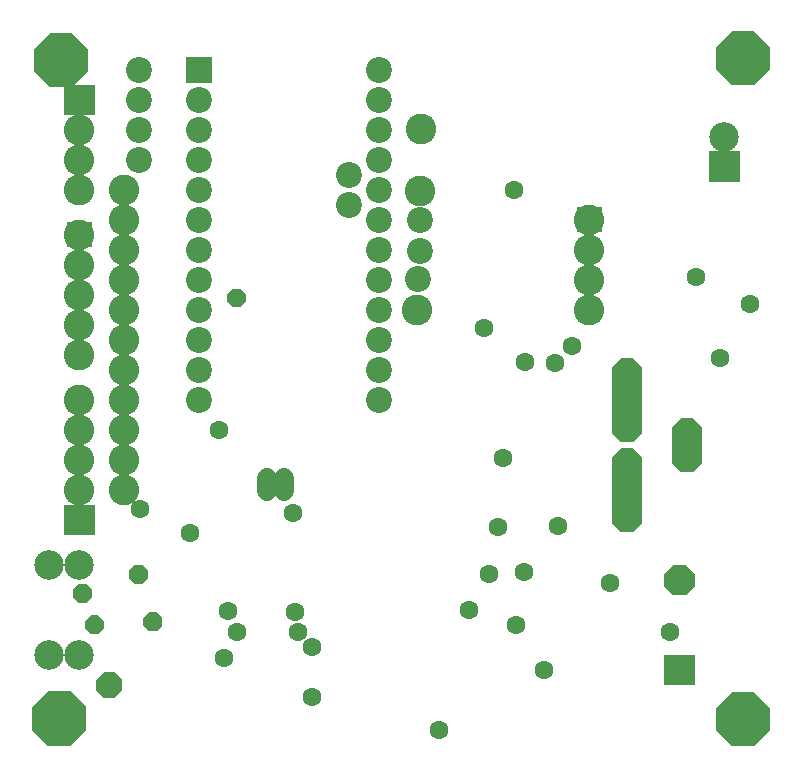
<source format=gbr>
%FSLAX34Y34*%
%MOMM*%
%LNSOLDERMASK_BOTTOM*%
G71*
G01*
%ADD10C,2.120*%
%ADD11C,2.200*%
%ADD12C,2.600*%
%ADD13C,2.500*%
%ADD14C,1.600*%
%ADD15C,2.200*%
%ADD16C,2.600*%
%ADD17C,2.200*%
%ADD18C,2.600*%
%ADD19C,1.700*%
%LPD*%
G36*
X480500Y556700D02*
X480500Y535500D01*
X459300Y535500D01*
X459300Y556700D01*
X480500Y556700D01*
G37*
X469900Y520700D02*
G54D10*
D03*
X469900Y495300D02*
G54D10*
D03*
X469900Y469900D02*
G54D10*
D03*
X88900Y673100D02*
G54D11*
D03*
X88900Y647700D02*
G54D11*
D03*
X88900Y622300D02*
G54D11*
D03*
X88900Y596900D02*
G54D11*
D03*
X76200Y571500D02*
G54D12*
D03*
X76200Y546100D02*
G54D12*
D03*
X76200Y520700D02*
G54D12*
D03*
X76200Y495300D02*
G54D12*
D03*
X76200Y469900D02*
G54D12*
D03*
X76200Y444500D02*
G54D12*
D03*
X76200Y419100D02*
G54D12*
D03*
X76200Y393700D02*
G54D12*
D03*
X76200Y368300D02*
G54D12*
D03*
X76200Y342900D02*
G54D12*
D03*
X76200Y317500D02*
G54D12*
D03*
X584200Y616700D02*
G54D13*
D03*
X584200Y591300D02*
G54D13*
D03*
X38100Y177800D02*
G54D13*
D03*
X12700Y177800D02*
G54D13*
D03*
X38100Y254000D02*
G54D13*
D03*
X12700Y254000D02*
G54D13*
D03*
G36*
X48700Y658300D02*
X48700Y637100D01*
X27500Y637100D01*
X27500Y658300D01*
X48700Y658300D01*
G37*
X38100Y622300D02*
G54D10*
D03*
X38100Y596900D02*
G54D10*
D03*
X38100Y571500D02*
G54D10*
D03*
X266700Y584200D02*
G54D11*
D03*
X266700Y558800D02*
G54D11*
D03*
X406400Y571500D02*
G54D14*
D03*
X396900Y344600D02*
G54D14*
D03*
X431800Y165100D02*
G54D14*
D03*
X392200Y285700D02*
G54D14*
D03*
X414200Y247700D02*
G54D14*
D03*
X139700Y673100D02*
G54D11*
D03*
X139700Y647700D02*
G54D11*
D03*
X139700Y622300D02*
G54D11*
D03*
X139700Y596900D02*
G54D11*
D03*
X292100Y673100D02*
G54D11*
D03*
X292100Y647700D02*
G54D11*
D03*
X292100Y622300D02*
G54D11*
D03*
X292100Y596900D02*
G54D11*
D03*
X139700Y571500D02*
G54D11*
D03*
X292100Y571500D02*
G54D11*
D03*
X139700Y546100D02*
G54D11*
D03*
X139700Y520700D02*
G54D11*
D03*
X292100Y546100D02*
G54D11*
D03*
X292100Y520700D02*
G54D11*
D03*
X139700Y495300D02*
G54D11*
D03*
X292100Y495300D02*
G54D11*
D03*
X139700Y469900D02*
G54D11*
D03*
X292100Y469900D02*
G54D11*
D03*
X139700Y444500D02*
G54D11*
D03*
X292100Y444500D02*
G54D11*
D03*
X292100Y419100D02*
G54D11*
D03*
X292100Y393700D02*
G54D11*
D03*
X139700Y419100D02*
G54D11*
D03*
X139700Y393700D02*
G54D11*
D03*
G36*
X48700Y544000D02*
X48700Y522800D01*
X27500Y522800D01*
X27500Y544000D01*
X48700Y544000D01*
G37*
X38100Y508000D02*
G54D10*
D03*
X38100Y482600D02*
G54D10*
D03*
X38100Y457200D02*
G54D10*
D03*
X38100Y431800D02*
G54D10*
D03*
G36*
X27500Y281500D02*
X27500Y302700D01*
X48700Y302700D01*
X48700Y281500D01*
X27500Y281500D01*
G37*
X38100Y317500D02*
G54D10*
D03*
X38100Y342900D02*
G54D10*
D03*
X38100Y368300D02*
G54D10*
D03*
X38100Y393700D02*
G54D10*
D03*
G36*
X547005Y332600D02*
X539400Y340205D01*
X539400Y370995D01*
X547005Y378600D01*
X557795Y378600D01*
X565400Y370995D01*
X565400Y340205D01*
X557795Y332600D01*
X547005Y332600D01*
G37*
G36*
X496205Y358000D02*
X488600Y365605D01*
X488600Y396395D01*
X496205Y404000D01*
X506995Y404000D01*
X514600Y396395D01*
X514600Y365605D01*
X506995Y358000D01*
X496205Y358000D01*
G37*
G36*
X496205Y307200D02*
X488600Y314805D01*
X488600Y345595D01*
X496205Y353200D01*
X506995Y353200D01*
X514600Y345595D01*
X514600Y314805D01*
X506995Y307200D01*
X496205Y307200D01*
G37*
G36*
X496205Y383400D02*
X488600Y391005D01*
X488600Y421795D01*
X496205Y429400D01*
X506995Y429400D01*
X514600Y421795D01*
X514600Y391005D01*
X506995Y383400D01*
X496205Y383400D01*
G37*
G36*
X496205Y281800D02*
X488600Y289405D01*
X488600Y320195D01*
X496205Y327800D01*
X506995Y327800D01*
X514600Y320195D01*
X514600Y289405D01*
X506995Y281800D01*
X496205Y281800D01*
G37*
X546100Y241300D02*
G54D15*
D03*
G36*
X533100Y246695D02*
X540705Y254300D01*
X551495Y254300D01*
X559100Y246695D01*
X559100Y235905D01*
X551495Y228300D01*
X540705Y228300D01*
X533100Y235905D01*
X533100Y246695D01*
G37*
G36*
X533100Y178100D02*
X559100Y178100D01*
X559100Y152100D01*
X533100Y152100D01*
X533100Y178100D01*
G37*
G36*
X52500Y156965D02*
X58935Y163400D01*
X68065Y163400D01*
X74500Y156965D01*
X74500Y147835D01*
X68065Y141400D01*
X58935Y141400D01*
X52500Y147835D01*
X52500Y156965D01*
G37*
G36*
X92300Y209320D02*
X96980Y214000D01*
X103620Y214000D01*
X108300Y209320D01*
X108300Y202680D01*
X103620Y198000D01*
X96980Y198000D01*
X92300Y202680D01*
X92300Y209320D01*
G37*
G36*
X42800Y206520D02*
X47480Y211200D01*
X54120Y211200D01*
X58800Y206520D01*
X58800Y199880D01*
X54120Y195200D01*
X47480Y195200D01*
X42800Y199880D01*
X42800Y206520D01*
G37*
G36*
X576800Y132845D02*
X590255Y146300D01*
X609345Y146300D01*
X622800Y132845D01*
X622800Y113755D01*
X609345Y100300D01*
X590255Y100300D01*
X576800Y113755D01*
X576800Y132845D01*
G37*
G36*
X-600Y691145D02*
X12855Y704600D01*
X31945Y704600D01*
X45400Y691145D01*
X45400Y672055D01*
X31945Y658600D01*
X12855Y658600D01*
X-600Y672055D01*
X-600Y691145D01*
G37*
G36*
X577000Y692545D02*
X590455Y706000D01*
X609545Y706000D01*
X623000Y692545D01*
X623000Y673455D01*
X609545Y660000D01*
X590455Y660000D01*
X577000Y673455D01*
X577000Y692545D01*
G37*
G36*
X-2000Y133545D02*
X11455Y147000D01*
X30545Y147000D01*
X44000Y133545D01*
X44000Y114455D01*
X30545Y101000D01*
X11455Y101000D01*
X-2000Y114455D01*
X-2000Y133545D01*
G37*
X156300Y368300D02*
G54D14*
D03*
X132000Y281000D02*
G54D14*
D03*
X219000Y298000D02*
G54D14*
D03*
X89000Y301000D02*
G54D14*
D03*
X326000Y571000D02*
G54D16*
D03*
X326000Y546000D02*
G54D17*
D03*
X326000Y520000D02*
G54D17*
D03*
X325000Y496000D02*
G54D17*
D03*
X324000Y470000D02*
G54D16*
D03*
G36*
X163000Y483320D02*
X167680Y488000D01*
X174320Y488000D01*
X179000Y483320D01*
X179000Y476680D01*
X174320Y472000D01*
X167680Y472000D01*
X163000Y476680D01*
X163000Y483320D01*
G37*
G36*
X33000Y233320D02*
X37680Y238000D01*
X44320Y238000D01*
X49000Y233320D01*
X49000Y226680D01*
X44320Y222000D01*
X37680Y222000D01*
X33000Y226680D01*
X33000Y233320D01*
G37*
G36*
X80000Y249320D02*
X84680Y254000D01*
X91320Y254000D01*
X96000Y249320D01*
X96000Y242680D01*
X91320Y238000D01*
X84680Y238000D01*
X80000Y242680D01*
X80000Y249320D01*
G37*
X327000Y623000D02*
G54D16*
D03*
G36*
X128700Y684100D02*
X150700Y684100D01*
X150700Y662100D01*
X128700Y662100D01*
X128700Y684100D01*
G37*
X342800Y114100D02*
G54D14*
D03*
X368300Y215900D02*
G54D14*
D03*
X407800Y203100D02*
G54D14*
D03*
X384800Y246100D02*
G54D14*
D03*
X537800Y197100D02*
G54D14*
D03*
G36*
X571200Y604300D02*
X597200Y604300D01*
X597200Y578300D01*
X571200Y578300D01*
X571200Y604300D01*
G37*
X487000Y239000D02*
G54D14*
D03*
X443000Y287000D02*
G54D14*
D03*
X580000Y429000D02*
G54D14*
D03*
X606000Y475000D02*
G54D14*
D03*
X560000Y498000D02*
G54D14*
D03*
X441000Y425000D02*
G54D14*
D03*
X381000Y455000D02*
G54D14*
D03*
X415000Y426000D02*
G54D14*
D03*
X455000Y439000D02*
G54D14*
D03*
X501600Y406400D02*
G54D18*
D03*
X501600Y381000D02*
G54D18*
D03*
X501600Y330200D02*
G54D18*
D03*
X501600Y304800D02*
G54D18*
D03*
X552400Y355600D02*
G54D18*
D03*
G36*
X25100Y660700D02*
X51100Y660700D01*
X51100Y634700D01*
X25100Y634700D01*
X25100Y660700D01*
G37*
X38100Y622300D02*
G54D11*
D03*
X38100Y622300D02*
G54D12*
D03*
X38100Y596900D02*
G54D12*
D03*
X38100Y571500D02*
G54D12*
D03*
X38100Y533400D02*
G54D12*
D03*
X38100Y508000D02*
G54D12*
D03*
X38100Y482600D02*
G54D12*
D03*
X38100Y457200D02*
G54D12*
D03*
X38100Y431800D02*
G54D12*
D03*
X38100Y393700D02*
G54D12*
D03*
X38100Y368300D02*
G54D12*
D03*
X38100Y342900D02*
G54D12*
D03*
X38100Y317500D02*
G54D12*
D03*
G36*
X25100Y305100D02*
X51100Y305100D01*
X51100Y279100D01*
X25100Y279100D01*
X25100Y305100D01*
G37*
X469900Y546100D02*
G54D12*
D03*
X469900Y520700D02*
G54D12*
D03*
X469900Y495300D02*
G54D12*
D03*
X469900Y469900D02*
G54D12*
D03*
X221000Y214500D02*
G54D14*
D03*
X235100Y184900D02*
G54D14*
D03*
X223000Y197000D02*
G54D14*
D03*
X171600Y197300D02*
G54D14*
D03*
X163800Y214700D02*
G54D14*
D03*
X160200Y175300D02*
G54D14*
D03*
X235400Y142100D02*
G54D14*
D03*
G54D19*
X211400Y327200D02*
X211400Y316200D01*
G54D19*
X197100Y327200D02*
X197100Y316200D01*
M02*

</source>
